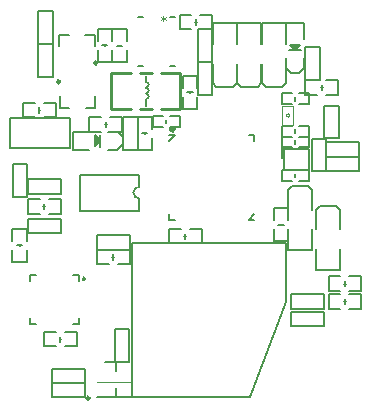
<source format=gbo>
G04*
G04 #@! TF.GenerationSoftware,Altium Limited,Altium Designer,19.0.4 (130)*
G04*
G04 Layer_Color=32896*
%FSLAX25Y25*%
%MOIN*%
G70*
G01*
G75*
%ADD11C,0.00984*%
%ADD13C,0.00787*%
%ADD14C,0.00700*%
%ADD15C,0.00600*%
%ADD16C,0.01000*%
%ADD17C,0.00800*%
%ADD18C,0.00158*%
%ADD106C,0.00591*%
%ADD107C,0.01181*%
%ADD108C,0.00315*%
%ADD109C,0.00799*%
%ADD110C,0.00300*%
D11*
X-50707Y32000D02*
G03*
X-50707Y32000I-492J0D01*
G01*
X-38209Y38300D02*
G03*
X-38209Y38300I-492J0D01*
G01*
X-42264Y-33710D02*
G03*
X-42264Y-33710I-394J0D01*
G01*
X-40808Y-73499D02*
G03*
X-40808Y-73499I-492J0D01*
G01*
D13*
X-42144Y23244D02*
X-38994D01*
Y27181D01*
X-50806Y23244D02*
X-47656D01*
X-50806D02*
Y27181D01*
X-50900Y47556D02*
X-47750D01*
X-50900Y44013D02*
Y47556D01*
X-42239D02*
X-39089D01*
Y44013D02*
Y47556D01*
X-67300Y9900D02*
Y19900D01*
Y9900D02*
X-47300D01*
Y19900D01*
X-67300D02*
X-47300D01*
X23300Y30200D02*
X24600Y31500D01*
X17900Y30200D02*
X23300D01*
X24600Y31500D02*
Y38000D01*
X16600Y31500D02*
X17900Y30200D01*
X16600Y31500D02*
Y38000D01*
X24600Y44500D02*
Y51500D01*
X16600D02*
X24600D01*
X16600Y44500D02*
Y51500D01*
X8514Y44500D02*
Y51500D01*
X16514D01*
Y44500D02*
Y51500D01*
X8514Y31500D02*
Y38000D01*
Y31500D02*
X9814Y30200D01*
X16514Y31500D02*
Y38000D01*
X9814Y30200D02*
X15214D01*
X16514Y31500D01*
X6900Y30200D02*
X8200Y31500D01*
X1500Y30200D02*
X6900D01*
X8200Y31500D02*
Y38000D01*
X200Y31500D02*
X1500Y30200D01*
X200Y31500D02*
Y38000D01*
X8200Y44500D02*
Y51500D01*
X200D02*
X8200D01*
X200Y44500D02*
Y51500D01*
X-43843Y-10941D02*
X-24157D01*
X-43843Y1059D02*
X-24157D01*
X-43843Y-10941D02*
Y1059D01*
X34600Y-10700D02*
X35900Y-9400D01*
X41300D01*
X34600Y-17200D02*
Y-10700D01*
X41300Y-9400D02*
X42600Y-10700D01*
Y-17200D02*
Y-10700D01*
X34600Y-30700D02*
Y-23700D01*
Y-30700D02*
X42600D01*
Y-23700D01*
X25400Y-4100D02*
X26700Y-2800D01*
X32100D01*
X25400Y-10600D02*
Y-4100D01*
X32100Y-2800D02*
X33400Y-4100D01*
Y-10600D02*
Y-4100D01*
X25400Y-24100D02*
Y-17100D01*
Y-24100D02*
X33400D01*
Y-17100D01*
X23387Y10025D02*
X26687D01*
X23387Y6625D02*
Y9925D01*
X-35587Y-73111D02*
X-32044D01*
Y-69961D01*
X-35587Y-61300D02*
X-32044D01*
Y-64450D02*
Y-61300D01*
D14*
X-46300Y9400D02*
Y15400D01*
X-41100D01*
X-46300Y9400D02*
X-41100D01*
X-31500D02*
X-29700Y11200D01*
X-34600Y9400D02*
X-31500D01*
X-34600Y15400D02*
X-31400D01*
X-29700Y13700D01*
Y11200D02*
Y13700D01*
X26500Y34944D02*
X29000D01*
X30700Y36644D01*
Y39844D01*
X24700Y36744D02*
Y39844D01*
Y36744D02*
X26500Y34944D01*
X24700Y46344D02*
Y51544D01*
X30700Y46344D02*
Y51544D01*
X24700D02*
X30700D01*
X-60791Y-32309D02*
X-58799D01*
X-60791Y-34301D02*
Y-32309D01*
Y-48891D02*
Y-46899D01*
Y-48891D02*
X-58799D01*
X-46201D02*
X-44209D01*
Y-46899D01*
X-46201Y-32309D02*
X-44209D01*
Y-34301D02*
Y-32309D01*
X-14173Y-14173D02*
X-12205D01*
X-14173D02*
Y-12205D01*
X12205Y-14173D02*
X14173Y-12205D01*
X12205Y-14173D02*
X14173D01*
X12205Y14173D02*
X14173D01*
Y12205D02*
Y14173D01*
X-14173D02*
X-12205D01*
X-14173Y12205D02*
X-12205Y14173D01*
D15*
X-14134Y53543D02*
X-12303D01*
X-24705D02*
X-22874D01*
X-14134Y37205D02*
X-12303D01*
X-24705D02*
X-22874D01*
X36259Y30100D02*
X36559D01*
X36859D01*
X36559Y29200D02*
Y31000D01*
X-57800Y22600D02*
X-57500D01*
X-57200D01*
X-57500Y21700D02*
Y23500D01*
X-35400Y16900D02*
Y18700D01*
Y17800D02*
X-35100D01*
X-35700D02*
X-35400D01*
X-38900Y10700D02*
Y14200D01*
X-37300Y12500D01*
Y10400D02*
Y14400D01*
X-38900Y10700D02*
X-37300Y12300D01*
X44350Y-36189D02*
Y-34389D01*
X44050Y-35289D02*
X44350D01*
X44650D01*
X44350Y-41194D02*
X44650D01*
X44050D02*
X44350D01*
Y-42094D02*
Y-40294D01*
X-36628Y44087D02*
X-34828D01*
X-35728Y43787D02*
Y44087D01*
Y44387D01*
X-31728Y44067D02*
X-29928D01*
X-30828Y43767D02*
Y44067D01*
Y44367D01*
X-5315Y50970D02*
Y52770D01*
Y51870D02*
X-5015D01*
X-5615D02*
X-5315D01*
X26000Y44144D02*
X27600Y42544D01*
X25700D02*
X29700D01*
X27800D02*
X29500Y44144D01*
X26000D02*
X29500D01*
X-23300Y14900D02*
X-21500D01*
X-22400D02*
Y15200D01*
Y14600D02*
Y14900D01*
X-65000Y-22500D02*
X-63200D01*
X-64100Y-22800D02*
Y-22500D01*
Y-22200D01*
X-50500Y-54741D02*
Y-52941D01*
Y-53841D02*
X-50200D01*
X-50800D02*
X-50500D01*
X-32900Y-27300D02*
Y-25500D01*
X-33200Y-26400D02*
X-32900D01*
X-32600D01*
X22100Y-15600D02*
X23900D01*
X23000Y-15900D02*
Y-15600D01*
Y-15300D01*
X-8200Y28500D02*
X-6400D01*
X-7300Y28200D02*
Y28500D01*
Y28800D01*
X-15200Y18100D02*
Y19300D01*
X-10700Y16900D02*
Y20500D01*
X-14000D02*
X-10700D01*
X-14000Y16900D02*
X-10700D01*
X-19700Y20500D02*
X-16400D01*
X-19700Y16900D02*
X-16400D01*
X-19700D02*
Y20500D01*
X-55906Y-10447D02*
Y-8647D01*
X-56206Y-9548D02*
X-55906D01*
X-55606D01*
X-8900Y-20400D02*
Y-18600D01*
X-9200Y-19500D02*
X-8900D01*
X-8600D01*
X23293Y-1000D02*
Y2600D01*
Y-1000D02*
X26593D01*
X23293Y2600D02*
X26593D01*
X28993Y-1000D02*
X32293D01*
X28993Y2600D02*
X32293D01*
Y-1000D02*
Y2600D01*
X27793Y200D02*
Y1400D01*
X23293Y10100D02*
Y13700D01*
Y10100D02*
X26593D01*
X23293Y13700D02*
X26593D01*
X28993Y10100D02*
X32293D01*
X28993Y13700D02*
X32293D01*
Y10100D02*
Y13700D01*
X27793Y11300D02*
Y12500D01*
X23300Y13700D02*
Y17300D01*
Y13700D02*
X26600D01*
X23300Y17300D02*
X26600D01*
X29000Y13700D02*
X32300D01*
X29000Y17300D02*
X32300D01*
Y13700D02*
Y17300D01*
X27800Y14900D02*
Y16100D01*
X23300Y24500D02*
Y28100D01*
Y24500D02*
X26600D01*
X23300Y28100D02*
X26600D01*
X29000Y24500D02*
X32300D01*
X29000Y28100D02*
X32300D01*
Y24500D02*
Y28100D01*
X27800Y25700D02*
Y26900D01*
D16*
X-38100Y11900D02*
X-37900Y12500D01*
X-38600Y13100D02*
X-37900Y12500D01*
X-38600Y13100D02*
X-38500Y11400D01*
X-17047Y23035D02*
X-10547D01*
Y35035D01*
X-17047D02*
X-10547D01*
X-33547D02*
X-27047D01*
X-33547Y23035D02*
Y35035D01*
Y23035D02*
X-27047D01*
X-24047Y35035D02*
X-20047D01*
X-24047Y23035D02*
X-20047D01*
X26700Y43744D02*
X28400Y43844D01*
X27800Y43144D02*
X28400Y43844D01*
X27200Y43344D02*
X27800Y43144D01*
D17*
X-26158Y-4941D02*
G03*
X-24158Y-6941I2000J0D01*
G01*
X-24158Y-2941D02*
G03*
X-26158Y-4941I0J-2000D01*
G01*
X-66347Y-6329D02*
X-61546D01*
X-66347D02*
Y753D01*
X-61546Y-6329D02*
Y654D01*
X-66347D02*
Y4636D01*
X-61546Y654D02*
Y4636D01*
X-66347D02*
X-61546D01*
X42041Y27700D02*
Y32500D01*
X38059Y27700D02*
X42041D01*
X38059Y32500D02*
X42041D01*
X31077Y27700D02*
X35059D01*
X31077Y32500D02*
X35059D01*
X31077Y27700D02*
Y32500D01*
X-52018Y20200D02*
Y25000D01*
X-56000Y20200D02*
X-52018D01*
X-56000Y25000D02*
X-52018D01*
X-62982Y20200D02*
X-59000D01*
X-62982Y25000D02*
X-59000D01*
X-62982Y20200D02*
Y25000D01*
X-40882Y15400D02*
Y20200D01*
X-36900D01*
X-40882Y15400D02*
X-36900D01*
X-33900Y20200D02*
X-29918D01*
X-33900Y15400D02*
X-29918D01*
Y20200D01*
X-29600Y20382D02*
X-24800D01*
Y13300D02*
Y20382D01*
X-29600Y13400D02*
Y20382D01*
X-24800Y9418D02*
Y13400D01*
X-29600Y9418D02*
Y13400D01*
Y9418D02*
X-24800D01*
X26359Y-49400D02*
Y-44600D01*
X33441D01*
X26359Y-49400D02*
X33341D01*
Y-44600D02*
X37323D01*
X33341Y-49400D02*
X37323D01*
Y-44600D01*
X37423Y-43700D02*
Y-38900D01*
X33441Y-43700D02*
X37423D01*
X33441Y-38900D02*
X37423D01*
X26459Y-43700D02*
X33441D01*
X26459Y-38900D02*
X33541D01*
X26459Y-43700D02*
Y-38900D01*
X49832Y-37689D02*
Y-32889D01*
X45850Y-37689D02*
X49832D01*
X45850Y-32889D02*
X49832D01*
X38867Y-37689D02*
X42850D01*
X38867Y-32889D02*
X42850D01*
X38867Y-37689D02*
Y-32889D01*
Y-43594D02*
Y-38794D01*
X42850D01*
X38867Y-43594D02*
X42850D01*
X45850Y-38794D02*
X49832D01*
X45850Y-43594D02*
X49832D01*
Y-38794D01*
X-61388Y-18549D02*
Y-13748D01*
X-54306D01*
X-61388Y-18549D02*
X-54406D01*
Y-13748D02*
X-50423D01*
X-54406Y-18549D02*
X-50423D01*
Y-13748D01*
X-57874Y33705D02*
X-53074D01*
X-57874D02*
Y40787D01*
X-53074Y33705D02*
Y40687D01*
X-57874D02*
Y44669D01*
X-53074Y40687D02*
Y44669D01*
X-57874D02*
X-53074D01*
X-57845Y55623D02*
X-53045D01*
Y48541D02*
Y55623D01*
X-57845Y48641D02*
Y55623D01*
X-53045Y44659D02*
Y48641D01*
X-57845Y44659D02*
Y48641D01*
Y44659D02*
X-53045D01*
X33300Y2118D02*
X38100D01*
X33300D02*
Y9200D01*
X38100Y2118D02*
Y9100D01*
X33300D02*
Y13082D01*
X38100Y9100D02*
Y13082D01*
X33300D02*
X38100D01*
X37400Y24082D02*
X42200D01*
Y17000D02*
Y24082D01*
X37400Y17100D02*
Y24082D01*
X42200Y13118D02*
Y17100D01*
X37400Y13118D02*
Y17100D01*
Y13118D02*
X42200D01*
X49082Y2200D02*
Y7000D01*
X42000Y2200D02*
X49082D01*
X42100Y7000D02*
X49082D01*
X38118Y2200D02*
X42100D01*
X38118Y7000D02*
X42100D01*
X38118Y2200D02*
Y7000D01*
Y11800D01*
X45200D01*
X38118Y7000D02*
X45100D01*
Y11800D02*
X49082D01*
X45100Y7000D02*
X49082D01*
Y11800D01*
X-38128Y49569D02*
X-33328D01*
Y45587D02*
Y49569D01*
X-38128Y45587D02*
Y49569D01*
X-33328Y38605D02*
Y42587D01*
X-38128Y38605D02*
Y42587D01*
Y38605D02*
X-33328D01*
X-33228Y49549D02*
X-28428D01*
Y45567D02*
Y49549D01*
X-33228Y45567D02*
Y49549D01*
X-28428Y38585D02*
Y42567D01*
X-33228Y38585D02*
Y42567D01*
Y38585D02*
X-28428D01*
X-10797Y49470D02*
Y54270D01*
X-6815D01*
X-10797Y49470D02*
X-6815D01*
X-3815Y54270D02*
X167D01*
X-3815Y49470D02*
X167D01*
Y54270D01*
X-4723Y38518D02*
X77D01*
X-4723D02*
Y45600D01*
X77Y38518D02*
Y45500D01*
X-4723D02*
Y49482D01*
X77Y45500D02*
Y49482D01*
X-4723D02*
X77D01*
X-4700Y27618D02*
X100D01*
X-4700D02*
Y34700D01*
X100Y27618D02*
Y34600D01*
X-4700D02*
Y38582D01*
X100Y34600D02*
Y38582D01*
X-4700D02*
X100D01*
X-24157Y-10941D02*
Y-6941D01*
Y-2941D02*
Y1059D01*
X-38382Y-24000D02*
Y-19200D01*
X-34400D01*
X-38382Y-24000D02*
X-34400D01*
Y-19200D02*
X-27418D01*
X-34500Y-24000D02*
X-27418D01*
Y-19200D01*
X31100Y43441D02*
X35900D01*
Y36359D02*
Y43441D01*
X31100Y36459D02*
Y43441D01*
X35900Y32477D02*
Y36459D01*
X31100Y32477D02*
Y36459D01*
Y32477D02*
X35900D01*
X-24800Y9418D02*
X-20000D01*
X-24800D02*
Y13400D01*
X-20000Y9418D02*
Y13400D01*
X-24800Y16400D02*
Y20382D01*
X-20000Y16400D02*
Y20382D01*
X-24800D02*
X-20000D01*
X-66500Y-17018D02*
X-61700D01*
Y-21000D02*
Y-17018D01*
X-66500Y-21000D02*
Y-17018D01*
X-61700Y-27982D02*
Y-24000D01*
X-66500Y-27982D02*
Y-24000D01*
Y-27982D02*
X-61700D01*
X-55982Y-56241D02*
Y-51441D01*
X-52000D01*
X-55982Y-56241D02*
X-52000D01*
X-49000Y-51441D02*
X-45018D01*
X-49000Y-56241D02*
X-45018D01*
Y-51441D01*
X-27418Y-28800D02*
Y-24000D01*
X-31400Y-28800D02*
X-27418D01*
X-31400Y-24000D02*
X-27418D01*
X-38382Y-28800D02*
X-34400D01*
X-38382Y-24000D02*
X-34400D01*
X-38382Y-28800D02*
Y-24000D01*
X20600Y-10118D02*
X25400D01*
Y-14100D02*
Y-10118D01*
X20600Y-14100D02*
Y-10118D01*
X25400Y-21082D02*
Y-17100D01*
X20600Y-21082D02*
Y-17100D01*
Y-21082D02*
X25400D01*
X-9700Y33982D02*
X-4900D01*
Y30000D02*
Y33982D01*
X-9700Y30000D02*
Y33982D01*
X-4900Y23018D02*
Y27000D01*
X-9700Y23018D02*
Y27000D01*
Y23018D02*
X-4900D01*
X-50423Y-11947D02*
Y-7147D01*
X-54406Y-11947D02*
X-50423D01*
X-54406Y-7147D02*
X-50423D01*
X-61388Y-11947D02*
X-57406D01*
X-61388Y-7147D02*
X-57406D01*
X-61388Y-11947D02*
Y-7147D01*
X-50423Y-5347D02*
Y-546D01*
X-57506Y-5347D02*
X-50423D01*
X-57406Y-546D02*
X-50423D01*
X-61388Y-5347D02*
X-57406D01*
X-61388Y-546D02*
X-57406D01*
X-61388Y-5347D02*
Y-546D01*
X-3418Y-21900D02*
Y-17100D01*
X-7400Y-21900D02*
X-3418D01*
X-7400Y-17100D02*
X-3418D01*
X-14382Y-21900D02*
X-10400D01*
X-14382Y-17100D02*
X-10400D01*
X-14382Y-21900D02*
Y-17100D01*
X-53382Y-73200D02*
Y-68400D01*
X-46300D01*
X-53382Y-73200D02*
X-46400D01*
Y-68400D02*
X-42418D01*
X-46400Y-73200D02*
X-42418D01*
Y-68400D01*
Y-63600D01*
X-49500Y-68400D02*
X-42418D01*
X-49400Y-63600D02*
X-42418D01*
X-53382Y-68400D02*
X-49400D01*
X-53382Y-63600D02*
X-49400D01*
X-53382Y-68400D02*
Y-63600D01*
X-26578Y-21888D02*
X24603D01*
X-26578Y-73069D02*
Y-21888D01*
X-38291Y-73069D02*
X-26480D01*
X-26578D02*
X12792D01*
X-32300Y-61382D02*
X-27500D01*
X-32300D02*
Y-54300D01*
X-27500Y-61382D02*
Y-54400D01*
X-32300D02*
Y-50418D01*
X-27500Y-54400D02*
Y-50418D01*
X-32300D02*
X-27500D01*
D18*
X25200Y20150D02*
Y20500D01*
Y21300D02*
Y21650D01*
X24700Y20700D02*
Y21100D01*
X25700Y20700D02*
Y21100D01*
X24700Y21300D02*
X25700D01*
X24700Y20500D02*
X25700D01*
X24700Y20700D02*
X25700D01*
X24700Y21100D02*
X25700D01*
X-26480Y-73069D02*
X1375D01*
X-38291Y-68050D02*
X-26480D01*
D106*
X-22047Y30020D02*
G03*
X-22047Y31988I0J984D01*
G01*
Y28051D02*
G03*
X-22047Y30020I0J984D01*
G01*
Y26083D02*
G03*
X-22047Y28051I0J984D01*
G01*
Y24083D02*
Y26083D01*
Y31988D02*
Y33988D01*
X23887Y2625D02*
X32487D01*
X23887D02*
Y9625D01*
X32487D01*
Y2625D02*
Y9625D01*
D107*
X-12598Y16142D02*
G03*
X-12598Y16142I-591J0D01*
G01*
D108*
X23231Y17750D02*
Y24050D01*
X27168Y17750D02*
Y24050D01*
X23231D02*
X27168D01*
X23231Y17750D02*
X27168D01*
D109*
X12792Y-73069D02*
X24603Y-41573D01*
Y-21888D01*
D110*
X-16193Y53898D02*
Y52113D01*
X-15449Y53452D02*
X-16936Y52559D01*
Y53452D02*
X-15449Y52559D01*
M02*

</source>
